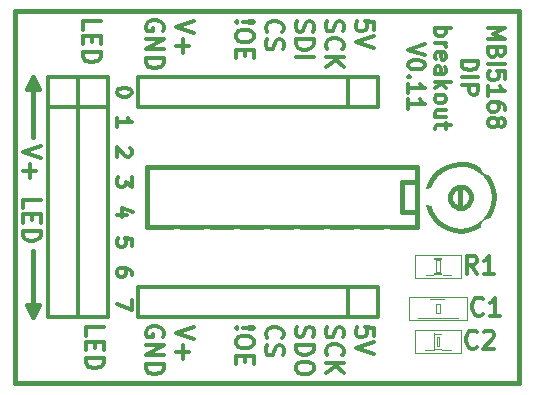
<source format=gto>
G04 (created by PCBNEW-RS274X (2011-07-08)-stable) date Sun 23 Oct 2011 07:01:02 PM CEST*
G01*
G70*
G90*
%MOIN*%
G04 Gerber Fmt 3.4, Leading zero omitted, Abs format*
%FSLAX34Y34*%
G04 APERTURE LIST*
%ADD10C,0.006000*%
%ADD11C,0.015000*%
%ADD12C,0.012000*%
%ADD13C,0.002600*%
%ADD14C,0.002000*%
%ADD15C,0.004000*%
%ADD16R,0.055000X0.055000*%
%ADD17C,0.055000*%
%ADD18R,0.051100X0.059000*%
%ADD19R,0.062900X0.070800*%
%ADD20C,0.060000*%
%ADD21R,0.062000X0.090000*%
%ADD22O,0.062000X0.090000*%
G04 APERTURE END LIST*
G54D10*
G54D11*
X58500Y-29800D02*
X41700Y-29800D01*
X41700Y-17400D02*
X58500Y-17400D01*
X58500Y-29800D02*
X58500Y-17400D01*
G54D12*
X49114Y-27964D02*
X49086Y-27992D01*
X49057Y-27964D01*
X49086Y-27935D01*
X49114Y-27964D01*
X49057Y-27964D01*
X49286Y-27964D02*
X49629Y-27935D01*
X49657Y-27964D01*
X49629Y-27992D01*
X49286Y-27964D01*
X49657Y-27964D01*
X49657Y-28364D02*
X49657Y-28478D01*
X49629Y-28536D01*
X49571Y-28593D01*
X49457Y-28621D01*
X49257Y-28621D01*
X49143Y-28593D01*
X49086Y-28536D01*
X49057Y-28478D01*
X49057Y-28364D01*
X49086Y-28307D01*
X49143Y-28250D01*
X49257Y-28221D01*
X49457Y-28221D01*
X49571Y-28250D01*
X49629Y-28307D01*
X49657Y-28364D01*
X49371Y-28879D02*
X49371Y-29079D01*
X49057Y-29165D02*
X49057Y-28879D01*
X49657Y-28879D01*
X49657Y-29165D01*
X44057Y-28215D02*
X44057Y-27929D01*
X44657Y-27929D01*
X44371Y-28415D02*
X44371Y-28615D01*
X44057Y-28701D02*
X44057Y-28415D01*
X44657Y-28415D01*
X44657Y-28701D01*
X44057Y-28958D02*
X44657Y-28958D01*
X44657Y-29101D01*
X44629Y-29186D01*
X44571Y-29244D01*
X44514Y-29272D01*
X44400Y-29301D01*
X44314Y-29301D01*
X44200Y-29272D01*
X44143Y-29244D01*
X44086Y-29186D01*
X44057Y-29101D01*
X44057Y-28958D01*
X43957Y-18015D02*
X43957Y-17729D01*
X44557Y-17729D01*
X44271Y-18215D02*
X44271Y-18415D01*
X43957Y-18501D02*
X43957Y-18215D01*
X44557Y-18215D01*
X44557Y-18501D01*
X43957Y-18758D02*
X44557Y-18758D01*
X44557Y-18901D01*
X44529Y-18986D01*
X44471Y-19044D01*
X44414Y-19072D01*
X44300Y-19101D01*
X44214Y-19101D01*
X44100Y-19072D01*
X44043Y-19044D01*
X43986Y-18986D01*
X43957Y-18901D01*
X43957Y-18758D01*
G54D11*
X42100Y-27200D02*
X42300Y-27600D01*
X42500Y-27200D02*
X42100Y-27200D01*
X42300Y-27600D02*
X42500Y-27200D01*
X42500Y-20000D02*
X42300Y-19600D01*
X42100Y-20000D02*
X42500Y-20000D01*
X42300Y-19600D02*
X42100Y-20000D01*
X42300Y-27600D02*
X42300Y-25400D01*
X42300Y-19600D02*
X42300Y-21600D01*
G54D12*
X57477Y-17963D02*
X58027Y-17963D01*
X57635Y-18146D01*
X58027Y-18330D01*
X57477Y-18330D01*
X57765Y-18775D02*
X57739Y-18854D01*
X57713Y-18880D01*
X57661Y-18906D01*
X57582Y-18906D01*
X57530Y-18880D01*
X57504Y-18854D01*
X57477Y-18801D01*
X57477Y-18592D01*
X58027Y-18592D01*
X58027Y-18775D01*
X58001Y-18828D01*
X57975Y-18854D01*
X57923Y-18880D01*
X57870Y-18880D01*
X57818Y-18854D01*
X57792Y-18828D01*
X57765Y-18775D01*
X57765Y-18592D01*
X57477Y-19142D02*
X58027Y-19142D01*
X58027Y-19666D02*
X58027Y-19404D01*
X57765Y-19378D01*
X57792Y-19404D01*
X57818Y-19456D01*
X57818Y-19587D01*
X57792Y-19640D01*
X57765Y-19666D01*
X57713Y-19692D01*
X57582Y-19692D01*
X57530Y-19666D01*
X57504Y-19640D01*
X57477Y-19587D01*
X57477Y-19456D01*
X57504Y-19404D01*
X57530Y-19378D01*
X57477Y-20216D02*
X57477Y-19902D01*
X57477Y-20059D02*
X58027Y-20059D01*
X57949Y-20007D01*
X57896Y-19954D01*
X57870Y-19902D01*
X58027Y-20688D02*
X58027Y-20583D01*
X58001Y-20531D01*
X57975Y-20504D01*
X57896Y-20452D01*
X57792Y-20426D01*
X57582Y-20426D01*
X57530Y-20452D01*
X57504Y-20478D01*
X57477Y-20531D01*
X57477Y-20635D01*
X57504Y-20688D01*
X57530Y-20714D01*
X57582Y-20740D01*
X57713Y-20740D01*
X57765Y-20714D01*
X57792Y-20688D01*
X57818Y-20635D01*
X57818Y-20531D01*
X57792Y-20478D01*
X57765Y-20452D01*
X57713Y-20426D01*
X57792Y-21055D02*
X57818Y-21002D01*
X57844Y-20976D01*
X57896Y-20950D01*
X57923Y-20950D01*
X57975Y-20976D01*
X58001Y-21002D01*
X58027Y-21055D01*
X58027Y-21159D01*
X58001Y-21212D01*
X57975Y-21238D01*
X57923Y-21264D01*
X57896Y-21264D01*
X57844Y-21238D01*
X57818Y-21212D01*
X57792Y-21159D01*
X57792Y-21055D01*
X57765Y-21002D01*
X57739Y-20976D01*
X57687Y-20950D01*
X57582Y-20950D01*
X57530Y-20976D01*
X57504Y-21002D01*
X57477Y-21055D01*
X57477Y-21159D01*
X57504Y-21212D01*
X57530Y-21238D01*
X57582Y-21264D01*
X57687Y-21264D01*
X57739Y-21238D01*
X57765Y-21212D01*
X57792Y-21159D01*
X56587Y-19050D02*
X57137Y-19050D01*
X57137Y-19181D01*
X57111Y-19259D01*
X57059Y-19312D01*
X57006Y-19338D01*
X56902Y-19364D01*
X56823Y-19364D01*
X56718Y-19338D01*
X56666Y-19312D01*
X56614Y-19259D01*
X56587Y-19181D01*
X56587Y-19050D01*
X56587Y-19600D02*
X57137Y-19600D01*
X56587Y-19862D02*
X57137Y-19862D01*
X57137Y-20071D01*
X57111Y-20124D01*
X57085Y-20150D01*
X57033Y-20176D01*
X56954Y-20176D01*
X56902Y-20150D01*
X56875Y-20124D01*
X56849Y-20071D01*
X56849Y-19862D01*
X55697Y-17950D02*
X56247Y-17950D01*
X56038Y-17950D02*
X56064Y-18002D01*
X56064Y-18107D01*
X56038Y-18159D01*
X56012Y-18186D01*
X55959Y-18212D01*
X55802Y-18212D01*
X55750Y-18186D01*
X55724Y-18159D01*
X55697Y-18107D01*
X55697Y-18002D01*
X55724Y-17950D01*
X55697Y-18448D02*
X56064Y-18448D01*
X55959Y-18448D02*
X56012Y-18474D01*
X56038Y-18500D01*
X56064Y-18553D01*
X56064Y-18605D01*
X55724Y-18997D02*
X55697Y-18945D01*
X55697Y-18840D01*
X55724Y-18788D01*
X55776Y-18762D01*
X55985Y-18762D01*
X56038Y-18788D01*
X56064Y-18840D01*
X56064Y-18945D01*
X56038Y-18997D01*
X55985Y-19024D01*
X55933Y-19024D01*
X55881Y-18762D01*
X55697Y-19495D02*
X55985Y-19495D01*
X56038Y-19468D01*
X56064Y-19416D01*
X56064Y-19311D01*
X56038Y-19259D01*
X55724Y-19495D02*
X55697Y-19442D01*
X55697Y-19311D01*
X55724Y-19259D01*
X55776Y-19233D01*
X55828Y-19233D01*
X55881Y-19259D01*
X55907Y-19311D01*
X55907Y-19442D01*
X55933Y-19495D01*
X55697Y-19757D02*
X56247Y-19757D01*
X55907Y-19809D02*
X55697Y-19966D01*
X56064Y-19966D02*
X55855Y-19757D01*
X55697Y-20281D02*
X55724Y-20228D01*
X55750Y-20202D01*
X55802Y-20176D01*
X55959Y-20176D01*
X56012Y-20202D01*
X56038Y-20228D01*
X56064Y-20281D01*
X56064Y-20359D01*
X56038Y-20411D01*
X56012Y-20438D01*
X55959Y-20464D01*
X55802Y-20464D01*
X55750Y-20438D01*
X55724Y-20411D01*
X55697Y-20359D01*
X55697Y-20281D01*
X56064Y-20936D02*
X55697Y-20936D01*
X56064Y-20700D02*
X55776Y-20700D01*
X55724Y-20726D01*
X55697Y-20779D01*
X55697Y-20857D01*
X55724Y-20909D01*
X55750Y-20936D01*
X56064Y-21119D02*
X56064Y-21329D01*
X56247Y-21198D02*
X55776Y-21198D01*
X55724Y-21224D01*
X55697Y-21277D01*
X55697Y-21329D01*
X55357Y-18500D02*
X54807Y-18684D01*
X55357Y-18867D01*
X55357Y-19155D02*
X55357Y-19207D01*
X55331Y-19259D01*
X55305Y-19286D01*
X55253Y-19312D01*
X55148Y-19338D01*
X55017Y-19338D01*
X54912Y-19312D01*
X54860Y-19286D01*
X54834Y-19259D01*
X54807Y-19207D01*
X54807Y-19155D01*
X54834Y-19102D01*
X54860Y-19076D01*
X54912Y-19050D01*
X55017Y-19024D01*
X55148Y-19024D01*
X55253Y-19050D01*
X55305Y-19076D01*
X55331Y-19102D01*
X55357Y-19155D01*
X54860Y-19574D02*
X54834Y-19600D01*
X54807Y-19574D01*
X54834Y-19548D01*
X54860Y-19574D01*
X54807Y-19574D01*
X54807Y-20124D02*
X54807Y-19810D01*
X54807Y-19967D02*
X55357Y-19967D01*
X55279Y-19915D01*
X55226Y-19862D01*
X55200Y-19810D01*
X54807Y-20648D02*
X54807Y-20334D01*
X54807Y-20491D02*
X55357Y-20491D01*
X55279Y-20439D01*
X55226Y-20386D01*
X55200Y-20334D01*
G54D11*
X41700Y-17400D02*
X41700Y-29800D01*
G54D12*
X46629Y-18043D02*
X46657Y-17986D01*
X46657Y-17900D01*
X46629Y-17815D01*
X46571Y-17757D01*
X46514Y-17729D01*
X46400Y-17700D01*
X46314Y-17700D01*
X46200Y-17729D01*
X46143Y-17757D01*
X46086Y-17815D01*
X46057Y-17900D01*
X46057Y-17957D01*
X46086Y-18043D01*
X46114Y-18072D01*
X46314Y-18072D01*
X46314Y-17957D01*
X46057Y-18329D02*
X46657Y-18329D01*
X46057Y-18672D01*
X46657Y-18672D01*
X46057Y-18958D02*
X46657Y-18958D01*
X46657Y-19101D01*
X46629Y-19186D01*
X46571Y-19244D01*
X46514Y-19272D01*
X46400Y-19301D01*
X46314Y-19301D01*
X46200Y-19272D01*
X46143Y-19244D01*
X46086Y-19186D01*
X46057Y-19101D01*
X46057Y-18958D01*
X47657Y-17729D02*
X47057Y-17929D01*
X47657Y-18129D01*
X47286Y-18329D02*
X47286Y-18786D01*
X47057Y-18557D02*
X47514Y-18557D01*
X49114Y-17764D02*
X49086Y-17792D01*
X49057Y-17764D01*
X49086Y-17735D01*
X49114Y-17764D01*
X49057Y-17764D01*
X49286Y-17764D02*
X49629Y-17735D01*
X49657Y-17764D01*
X49629Y-17792D01*
X49286Y-17764D01*
X49657Y-17764D01*
X49657Y-18164D02*
X49657Y-18278D01*
X49629Y-18336D01*
X49571Y-18393D01*
X49457Y-18421D01*
X49257Y-18421D01*
X49143Y-18393D01*
X49086Y-18336D01*
X49057Y-18278D01*
X49057Y-18164D01*
X49086Y-18107D01*
X49143Y-18050D01*
X49257Y-18021D01*
X49457Y-18021D01*
X49571Y-18050D01*
X49629Y-18107D01*
X49657Y-18164D01*
X49371Y-18679D02*
X49371Y-18879D01*
X49057Y-18965D02*
X49057Y-18679D01*
X49657Y-18679D01*
X49657Y-18965D01*
X50114Y-18101D02*
X50086Y-18072D01*
X50057Y-17986D01*
X50057Y-17929D01*
X50086Y-17844D01*
X50143Y-17786D01*
X50200Y-17758D01*
X50314Y-17729D01*
X50400Y-17729D01*
X50514Y-17758D01*
X50571Y-17786D01*
X50629Y-17844D01*
X50657Y-17929D01*
X50657Y-17986D01*
X50629Y-18072D01*
X50600Y-18101D01*
X50086Y-18329D02*
X50057Y-18415D01*
X50057Y-18558D01*
X50086Y-18615D01*
X50114Y-18644D01*
X50171Y-18672D01*
X50229Y-18672D01*
X50286Y-18644D01*
X50314Y-18615D01*
X50343Y-18558D01*
X50371Y-18444D01*
X50400Y-18386D01*
X50429Y-18358D01*
X50486Y-18329D01*
X50543Y-18329D01*
X50600Y-18358D01*
X50629Y-18386D01*
X50657Y-18444D01*
X50657Y-18586D01*
X50629Y-18672D01*
X52086Y-17729D02*
X52057Y-17815D01*
X52057Y-17958D01*
X52086Y-18015D01*
X52114Y-18044D01*
X52171Y-18072D01*
X52229Y-18072D01*
X52286Y-18044D01*
X52314Y-18015D01*
X52343Y-17958D01*
X52371Y-17844D01*
X52400Y-17786D01*
X52429Y-17758D01*
X52486Y-17729D01*
X52543Y-17729D01*
X52600Y-17758D01*
X52629Y-17786D01*
X52657Y-17844D01*
X52657Y-17986D01*
X52629Y-18072D01*
X52114Y-18672D02*
X52086Y-18643D01*
X52057Y-18557D01*
X52057Y-18500D01*
X52086Y-18415D01*
X52143Y-18357D01*
X52200Y-18329D01*
X52314Y-18300D01*
X52400Y-18300D01*
X52514Y-18329D01*
X52571Y-18357D01*
X52629Y-18415D01*
X52657Y-18500D01*
X52657Y-18557D01*
X52629Y-18643D01*
X52600Y-18672D01*
X52057Y-18929D02*
X52657Y-18929D01*
X52057Y-19272D02*
X52400Y-19015D01*
X52657Y-19272D02*
X52314Y-18929D01*
X51086Y-17736D02*
X51057Y-17822D01*
X51057Y-17965D01*
X51086Y-18022D01*
X51114Y-18051D01*
X51171Y-18079D01*
X51229Y-18079D01*
X51286Y-18051D01*
X51314Y-18022D01*
X51343Y-17965D01*
X51371Y-17851D01*
X51400Y-17793D01*
X51429Y-17765D01*
X51486Y-17736D01*
X51543Y-17736D01*
X51600Y-17765D01*
X51629Y-17793D01*
X51657Y-17851D01*
X51657Y-17993D01*
X51629Y-18079D01*
X51057Y-18336D02*
X51657Y-18336D01*
X51657Y-18479D01*
X51629Y-18564D01*
X51571Y-18622D01*
X51514Y-18650D01*
X51400Y-18679D01*
X51314Y-18679D01*
X51200Y-18650D01*
X51143Y-18622D01*
X51086Y-18564D01*
X51057Y-18479D01*
X51057Y-18336D01*
X51057Y-18936D02*
X51657Y-18936D01*
X53657Y-18037D02*
X53657Y-17751D01*
X53371Y-17722D01*
X53400Y-17751D01*
X53429Y-17808D01*
X53429Y-17951D01*
X53400Y-18008D01*
X53371Y-18037D01*
X53314Y-18065D01*
X53171Y-18065D01*
X53114Y-18037D01*
X53086Y-18008D01*
X53057Y-17951D01*
X53057Y-17808D01*
X53086Y-17751D01*
X53114Y-17722D01*
X53657Y-18236D02*
X53057Y-18436D01*
X53657Y-18636D01*
X53657Y-28237D02*
X53657Y-27951D01*
X53371Y-27922D01*
X53400Y-27951D01*
X53429Y-28008D01*
X53429Y-28151D01*
X53400Y-28208D01*
X53371Y-28237D01*
X53314Y-28265D01*
X53171Y-28265D01*
X53114Y-28237D01*
X53086Y-28208D01*
X53057Y-28151D01*
X53057Y-28008D01*
X53086Y-27951D01*
X53114Y-27922D01*
X53657Y-28436D02*
X53057Y-28636D01*
X53657Y-28836D01*
X51086Y-27914D02*
X51057Y-28000D01*
X51057Y-28143D01*
X51086Y-28200D01*
X51114Y-28229D01*
X51171Y-28257D01*
X51229Y-28257D01*
X51286Y-28229D01*
X51314Y-28200D01*
X51343Y-28143D01*
X51371Y-28029D01*
X51400Y-27971D01*
X51429Y-27943D01*
X51486Y-27914D01*
X51543Y-27914D01*
X51600Y-27943D01*
X51629Y-27971D01*
X51657Y-28029D01*
X51657Y-28171D01*
X51629Y-28257D01*
X51057Y-28514D02*
X51657Y-28514D01*
X51657Y-28657D01*
X51629Y-28742D01*
X51571Y-28800D01*
X51514Y-28828D01*
X51400Y-28857D01*
X51314Y-28857D01*
X51200Y-28828D01*
X51143Y-28800D01*
X51086Y-28742D01*
X51057Y-28657D01*
X51057Y-28514D01*
X51657Y-29228D02*
X51657Y-29342D01*
X51629Y-29400D01*
X51571Y-29457D01*
X51457Y-29485D01*
X51257Y-29485D01*
X51143Y-29457D01*
X51086Y-29400D01*
X51057Y-29342D01*
X51057Y-29228D01*
X51086Y-29171D01*
X51143Y-29114D01*
X51257Y-29085D01*
X51457Y-29085D01*
X51571Y-29114D01*
X51629Y-29171D01*
X51657Y-29228D01*
X52086Y-27929D02*
X52057Y-28015D01*
X52057Y-28158D01*
X52086Y-28215D01*
X52114Y-28244D01*
X52171Y-28272D01*
X52229Y-28272D01*
X52286Y-28244D01*
X52314Y-28215D01*
X52343Y-28158D01*
X52371Y-28044D01*
X52400Y-27986D01*
X52429Y-27958D01*
X52486Y-27929D01*
X52543Y-27929D01*
X52600Y-27958D01*
X52629Y-27986D01*
X52657Y-28044D01*
X52657Y-28186D01*
X52629Y-28272D01*
X52114Y-28872D02*
X52086Y-28843D01*
X52057Y-28757D01*
X52057Y-28700D01*
X52086Y-28615D01*
X52143Y-28557D01*
X52200Y-28529D01*
X52314Y-28500D01*
X52400Y-28500D01*
X52514Y-28529D01*
X52571Y-28557D01*
X52629Y-28615D01*
X52657Y-28700D01*
X52657Y-28757D01*
X52629Y-28843D01*
X52600Y-28872D01*
X52057Y-29129D02*
X52657Y-29129D01*
X52057Y-29472D02*
X52400Y-29215D01*
X52657Y-29472D02*
X52314Y-29129D01*
X50114Y-28301D02*
X50086Y-28272D01*
X50057Y-28186D01*
X50057Y-28129D01*
X50086Y-28044D01*
X50143Y-27986D01*
X50200Y-27958D01*
X50314Y-27929D01*
X50400Y-27929D01*
X50514Y-27958D01*
X50571Y-27986D01*
X50629Y-28044D01*
X50657Y-28129D01*
X50657Y-28186D01*
X50629Y-28272D01*
X50600Y-28301D01*
X50086Y-28529D02*
X50057Y-28615D01*
X50057Y-28758D01*
X50086Y-28815D01*
X50114Y-28844D01*
X50171Y-28872D01*
X50229Y-28872D01*
X50286Y-28844D01*
X50314Y-28815D01*
X50343Y-28758D01*
X50371Y-28644D01*
X50400Y-28586D01*
X50429Y-28558D01*
X50486Y-28529D01*
X50543Y-28529D01*
X50600Y-28558D01*
X50629Y-28586D01*
X50657Y-28644D01*
X50657Y-28786D01*
X50629Y-28872D01*
X47657Y-27929D02*
X47057Y-28129D01*
X47657Y-28329D01*
X47286Y-28529D02*
X47286Y-28986D01*
X47057Y-28757D02*
X47514Y-28757D01*
X46629Y-28243D02*
X46657Y-28186D01*
X46657Y-28100D01*
X46629Y-28015D01*
X46571Y-27957D01*
X46514Y-27929D01*
X46400Y-27900D01*
X46314Y-27900D01*
X46200Y-27929D01*
X46143Y-27957D01*
X46086Y-28015D01*
X46057Y-28100D01*
X46057Y-28157D01*
X46086Y-28243D01*
X46114Y-28272D01*
X46314Y-28272D01*
X46314Y-28157D01*
X46057Y-28529D02*
X46657Y-28529D01*
X46057Y-28872D01*
X46657Y-28872D01*
X46057Y-29158D02*
X46657Y-29158D01*
X46657Y-29301D01*
X46629Y-29386D01*
X46571Y-29444D01*
X46514Y-29472D01*
X46400Y-29501D01*
X46314Y-29501D01*
X46200Y-29472D01*
X46143Y-29444D01*
X46086Y-29386D01*
X46057Y-29301D01*
X46057Y-29158D01*
X45431Y-24195D02*
X45098Y-24195D01*
X45621Y-24076D02*
X45264Y-23957D01*
X45264Y-24267D01*
X45598Y-25219D02*
X45598Y-24981D01*
X45360Y-24957D01*
X45383Y-24981D01*
X45407Y-25029D01*
X45407Y-25148D01*
X45383Y-25195D01*
X45360Y-25219D01*
X45312Y-25243D01*
X45193Y-25243D01*
X45145Y-25219D01*
X45121Y-25195D01*
X45098Y-25148D01*
X45098Y-25029D01*
X45121Y-24981D01*
X45145Y-24957D01*
X45598Y-27033D02*
X45598Y-27367D01*
X45098Y-27152D01*
X45598Y-26195D02*
X45598Y-26100D01*
X45574Y-26052D01*
X45550Y-26029D01*
X45479Y-25981D01*
X45383Y-25957D01*
X45193Y-25957D01*
X45145Y-25981D01*
X45121Y-26005D01*
X45098Y-26052D01*
X45098Y-26148D01*
X45121Y-26195D01*
X45145Y-26219D01*
X45193Y-26243D01*
X45312Y-26243D01*
X45360Y-26219D01*
X45383Y-26195D01*
X45407Y-26148D01*
X45407Y-26052D01*
X45383Y-26005D01*
X45360Y-25981D01*
X45312Y-25957D01*
X45550Y-21957D02*
X45574Y-21981D01*
X45598Y-22029D01*
X45598Y-22148D01*
X45574Y-22195D01*
X45550Y-22219D01*
X45502Y-22243D01*
X45455Y-22243D01*
X45383Y-22219D01*
X45098Y-21933D01*
X45098Y-22243D01*
X45598Y-22933D02*
X45598Y-23243D01*
X45407Y-23076D01*
X45407Y-23148D01*
X45383Y-23195D01*
X45360Y-23219D01*
X45312Y-23243D01*
X45193Y-23243D01*
X45145Y-23219D01*
X45121Y-23195D01*
X45098Y-23148D01*
X45098Y-23005D01*
X45121Y-22957D01*
X45145Y-22933D01*
X45098Y-21243D02*
X45098Y-20957D01*
X45098Y-21100D02*
X45598Y-21100D01*
X45526Y-21052D01*
X45479Y-21005D01*
X45455Y-20957D01*
X45598Y-20076D02*
X45598Y-20124D01*
X45574Y-20172D01*
X45550Y-20195D01*
X45502Y-20219D01*
X45407Y-20243D01*
X45288Y-20243D01*
X45193Y-20219D01*
X45145Y-20195D01*
X45121Y-20172D01*
X45098Y-20124D01*
X45098Y-20076D01*
X45121Y-20029D01*
X45145Y-20005D01*
X45193Y-19981D01*
X45288Y-19957D01*
X45407Y-19957D01*
X45502Y-19981D01*
X45550Y-20005D01*
X45574Y-20029D01*
X45598Y-20076D01*
X42557Y-21886D02*
X41957Y-22086D01*
X42557Y-22286D01*
X42186Y-22486D02*
X42186Y-22943D01*
X41957Y-22714D02*
X42414Y-22714D01*
X41957Y-23972D02*
X41957Y-23686D01*
X42557Y-23686D01*
X42271Y-24172D02*
X42271Y-24372D01*
X41957Y-24458D02*
X41957Y-24172D01*
X42557Y-24172D01*
X42557Y-24458D01*
X41957Y-24715D02*
X42557Y-24715D01*
X42557Y-24858D01*
X42529Y-24943D01*
X42471Y-25001D01*
X42414Y-25029D01*
X42300Y-25058D01*
X42214Y-25058D01*
X42100Y-25029D01*
X42043Y-25001D01*
X41986Y-24943D01*
X41957Y-24858D01*
X41957Y-24715D01*
X44800Y-19600D02*
X44800Y-27600D01*
X44800Y-27600D02*
X43800Y-27600D01*
X43800Y-27600D02*
X43800Y-19600D01*
X43800Y-19600D02*
X44800Y-19600D01*
X43800Y-20600D02*
X44800Y-20600D01*
X43800Y-19600D02*
X43800Y-27600D01*
X43800Y-27600D02*
X42800Y-27600D01*
X42800Y-27600D02*
X42800Y-19600D01*
X42800Y-19600D02*
X43800Y-19600D01*
X42800Y-20600D02*
X43800Y-20600D01*
X53800Y-20600D02*
X45800Y-20600D01*
X45800Y-20600D02*
X45800Y-19600D01*
X45800Y-19600D02*
X53800Y-19600D01*
X53800Y-19600D02*
X53800Y-20600D01*
X52800Y-19600D02*
X52800Y-20600D01*
X53800Y-27600D02*
X45800Y-27600D01*
X45800Y-27600D02*
X45800Y-26600D01*
X45800Y-26600D02*
X53800Y-26600D01*
X53800Y-26600D02*
X53800Y-27600D01*
X52800Y-26600D02*
X52800Y-27600D01*
G54D13*
X55640Y-25625D02*
X55385Y-25625D01*
X55385Y-25625D02*
X55385Y-26176D01*
X55640Y-26176D02*
X55385Y-26176D01*
X55640Y-25625D02*
X55640Y-26176D01*
X56220Y-25625D02*
X55964Y-25625D01*
X55964Y-25625D02*
X55964Y-26176D01*
X56220Y-26176D02*
X55964Y-26176D01*
X56220Y-25625D02*
X56220Y-26176D01*
X55878Y-25704D02*
X55722Y-25704D01*
X55722Y-25704D02*
X55722Y-26096D01*
X55878Y-26096D02*
X55722Y-26096D01*
X55878Y-25704D02*
X55878Y-26096D01*
G54D10*
X55961Y-26150D02*
X55639Y-26150D01*
X55961Y-25650D02*
X55639Y-25650D01*
G54D14*
X56576Y-26287D02*
X55024Y-26287D01*
X55024Y-26287D02*
X55024Y-25513D01*
X55024Y-25513D02*
X56576Y-25513D01*
X56576Y-25513D02*
X56576Y-26287D01*
G54D13*
X55130Y-27635D02*
X55426Y-27635D01*
X55426Y-27635D02*
X55426Y-26966D01*
X55130Y-26966D02*
X55426Y-26966D01*
X55130Y-27635D02*
X55130Y-26966D01*
X56174Y-27634D02*
X56470Y-27634D01*
X56470Y-27634D02*
X56470Y-26965D01*
X56174Y-26965D02*
X56470Y-26965D01*
X56174Y-27634D02*
X56174Y-26965D01*
X55722Y-27457D02*
X55878Y-27457D01*
X55878Y-27457D02*
X55878Y-27143D01*
X55722Y-27143D02*
X55878Y-27143D01*
X55722Y-27457D02*
X55722Y-27143D01*
G54D14*
X54827Y-26913D02*
X56773Y-26913D01*
X56773Y-27687D02*
X54827Y-27687D01*
X54827Y-27687D02*
X54827Y-26913D01*
X56773Y-26913D02*
X56773Y-27687D01*
G54D15*
X55421Y-26991D02*
X56179Y-26991D01*
X55421Y-27609D02*
X56179Y-27609D01*
G54D13*
X55371Y-28685D02*
X55666Y-28685D01*
X55666Y-28685D02*
X55666Y-28115D01*
X55371Y-28115D02*
X55666Y-28115D01*
X55371Y-28685D02*
X55371Y-28115D01*
X55940Y-28685D02*
X56235Y-28685D01*
X56235Y-28685D02*
X56235Y-28115D01*
X55940Y-28115D02*
X56235Y-28115D01*
X55940Y-28685D02*
X55940Y-28115D01*
X55761Y-28557D02*
X55839Y-28557D01*
X55839Y-28557D02*
X55839Y-28243D01*
X55761Y-28243D02*
X55839Y-28243D01*
X55761Y-28557D02*
X55761Y-28243D01*
G54D14*
X55024Y-28013D02*
X56576Y-28013D01*
X56576Y-28787D02*
X55024Y-28787D01*
X55024Y-28787D02*
X55024Y-28013D01*
G54D15*
X55650Y-28141D02*
X55950Y-28141D01*
X55660Y-28659D02*
X55950Y-28659D01*
G54D14*
X56576Y-28013D02*
X56576Y-28787D01*
G54D11*
X56550Y-23350D02*
X56550Y-23850D01*
X57668Y-23600D02*
X57646Y-23817D01*
X57583Y-24026D01*
X57481Y-24218D01*
X57343Y-24387D01*
X57175Y-24526D01*
X56983Y-24630D01*
X56774Y-24695D01*
X56557Y-24717D01*
X56341Y-24698D01*
X56132Y-24636D01*
X55938Y-24535D01*
X55768Y-24398D01*
X55628Y-24231D01*
X55523Y-24040D01*
X55457Y-23832D01*
X55433Y-23615D01*
X55451Y-23399D01*
X55511Y-23189D01*
X55611Y-22995D01*
X55746Y-22824D01*
X55912Y-22682D01*
X56103Y-22576D01*
X56310Y-22509D01*
X56527Y-22483D01*
X56744Y-22499D01*
X56954Y-22558D01*
X57149Y-22657D01*
X57320Y-22791D01*
X57463Y-22956D01*
X57571Y-23146D01*
X57640Y-23353D01*
X57667Y-23569D01*
X57668Y-23600D01*
X56903Y-23600D02*
X56896Y-23668D01*
X56876Y-23734D01*
X56844Y-23795D01*
X56800Y-23848D01*
X56747Y-23892D01*
X56686Y-23925D01*
X56620Y-23945D01*
X56552Y-23952D01*
X56484Y-23946D01*
X56418Y-23927D01*
X56357Y-23895D01*
X56304Y-23852D01*
X56259Y-23799D01*
X56226Y-23739D01*
X56205Y-23673D01*
X56198Y-23604D01*
X56203Y-23537D01*
X56222Y-23471D01*
X56254Y-23409D01*
X56297Y-23355D01*
X56349Y-23311D01*
X56409Y-23277D01*
X56475Y-23256D01*
X56543Y-23248D01*
X56611Y-23253D01*
X56677Y-23271D01*
X56739Y-23302D01*
X56793Y-23345D01*
X56838Y-23397D01*
X56872Y-23457D01*
X56894Y-23522D01*
X56902Y-23591D01*
X56903Y-23600D01*
X55100Y-24100D02*
X55100Y-24100D01*
X55100Y-24100D02*
X54600Y-24100D01*
X54600Y-24100D02*
X54600Y-23100D01*
X54600Y-23100D02*
X55100Y-23100D01*
X55100Y-24600D02*
X46100Y-24600D01*
X46100Y-24600D02*
X46100Y-22600D01*
X46100Y-22600D02*
X55100Y-22600D01*
X55100Y-22600D02*
X55100Y-24600D01*
G54D12*
X57101Y-26143D02*
X56901Y-25857D01*
X56758Y-26143D02*
X56758Y-25543D01*
X56986Y-25543D01*
X57044Y-25571D01*
X57072Y-25600D01*
X57101Y-25657D01*
X57101Y-25743D01*
X57072Y-25800D01*
X57044Y-25829D01*
X56986Y-25857D01*
X56758Y-25857D01*
X57672Y-26143D02*
X57329Y-26143D01*
X57501Y-26143D02*
X57501Y-25543D01*
X57444Y-25629D01*
X57386Y-25686D01*
X57329Y-25714D01*
X57301Y-27486D02*
X57272Y-27514D01*
X57186Y-27543D01*
X57129Y-27543D01*
X57044Y-27514D01*
X56986Y-27457D01*
X56958Y-27400D01*
X56929Y-27286D01*
X56929Y-27200D01*
X56958Y-27086D01*
X56986Y-27029D01*
X57044Y-26971D01*
X57129Y-26943D01*
X57186Y-26943D01*
X57272Y-26971D01*
X57301Y-27000D01*
X57872Y-27543D02*
X57529Y-27543D01*
X57701Y-27543D02*
X57701Y-26943D01*
X57644Y-27029D01*
X57586Y-27086D01*
X57529Y-27114D01*
X57101Y-28586D02*
X57072Y-28614D01*
X56986Y-28643D01*
X56929Y-28643D01*
X56844Y-28614D01*
X56786Y-28557D01*
X56758Y-28500D01*
X56729Y-28386D01*
X56729Y-28300D01*
X56758Y-28186D01*
X56786Y-28129D01*
X56844Y-28071D01*
X56929Y-28043D01*
X56986Y-28043D01*
X57072Y-28071D01*
X57101Y-28100D01*
X57329Y-28100D02*
X57358Y-28071D01*
X57415Y-28043D01*
X57558Y-28043D01*
X57615Y-28071D01*
X57644Y-28100D01*
X57672Y-28157D01*
X57672Y-28214D01*
X57644Y-28300D01*
X57301Y-28643D01*
X57672Y-28643D01*
%LPC*%
G54D16*
X44300Y-20100D03*
G54D17*
X44300Y-21100D03*
X44300Y-22100D03*
X44300Y-23100D03*
X44300Y-24100D03*
X44300Y-25100D03*
X44300Y-26100D03*
X44300Y-27100D03*
G54D16*
X43300Y-20100D03*
G54D17*
X43300Y-21100D03*
X43300Y-22100D03*
X43300Y-23100D03*
X43300Y-24100D03*
X43300Y-25100D03*
X43300Y-26100D03*
X43300Y-27100D03*
G54D16*
X53300Y-20100D03*
G54D17*
X52300Y-20100D03*
X51300Y-20100D03*
X50300Y-20100D03*
X49300Y-20100D03*
X48300Y-20100D03*
X47300Y-20100D03*
X46300Y-20100D03*
G54D16*
X53300Y-27100D03*
G54D17*
X52300Y-27100D03*
X51300Y-27100D03*
X50300Y-27100D03*
X49300Y-27100D03*
X48300Y-27100D03*
X47300Y-27100D03*
X46300Y-27100D03*
G54D18*
X56174Y-25900D03*
X55426Y-25900D03*
G54D19*
X55249Y-27300D03*
X56351Y-27300D03*
G54D18*
X55426Y-28400D03*
X56174Y-28400D03*
G54D20*
X55550Y-23600D03*
X57550Y-22600D03*
X57550Y-24600D03*
G54D21*
X54100Y-22100D03*
G54D22*
X53100Y-22100D03*
X52100Y-22100D03*
X51100Y-22100D03*
X50100Y-22100D03*
X49100Y-22100D03*
X48100Y-22100D03*
X47100Y-22100D03*
X47100Y-25100D03*
X48100Y-25100D03*
X49100Y-25100D03*
X50100Y-25100D03*
X51100Y-25100D03*
X52100Y-25100D03*
X53100Y-25100D03*
X54100Y-25100D03*
M02*

</source>
